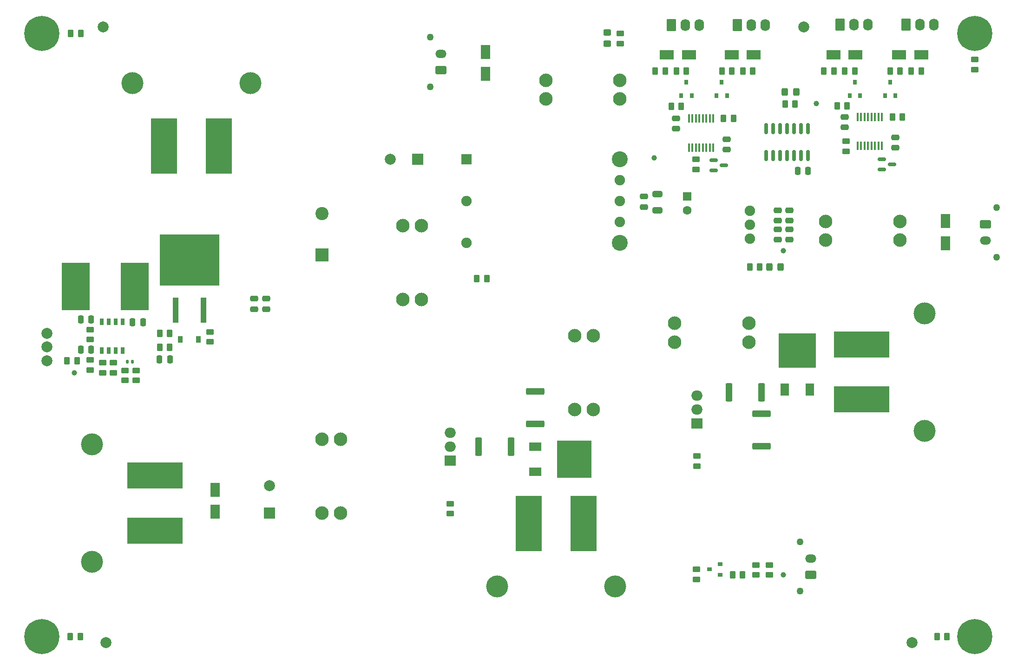
<source format=gts>
G04 #@! TF.GenerationSoftware,KiCad,Pcbnew,(6.0.6)*
G04 #@! TF.CreationDate,2023-04-23T19:49:20-02:30*
G04 #@! TF.ProjectId,PowerDistributionBoard,506f7765-7244-4697-9374-726962757469,rev?*
G04 #@! TF.SameCoordinates,Original*
G04 #@! TF.FileFunction,Soldermask,Top*
G04 #@! TF.FilePolarity,Negative*
%FSLAX46Y46*%
G04 Gerber Fmt 4.6, Leading zero omitted, Abs format (unit mm)*
G04 Created by KiCad (PCBNEW (6.0.6)) date 2023-04-23 19:49:20*
%MOMM*%
%LPD*%
G01*
G04 APERTURE LIST*
G04 Aperture macros list*
%AMRoundRect*
0 Rectangle with rounded corners*
0 $1 Rounding radius*
0 $2 $3 $4 $5 $6 $7 $8 $9 X,Y pos of 4 corners*
0 Add a 4 corners polygon primitive as box body*
4,1,4,$2,$3,$4,$5,$6,$7,$8,$9,$2,$3,0*
0 Add four circle primitives for the rounded corners*
1,1,$1+$1,$2,$3*
1,1,$1+$1,$4,$5*
1,1,$1+$1,$6,$7*
1,1,$1+$1,$8,$9*
0 Add four rect primitives between the rounded corners*
20,1,$1+$1,$2,$3,$4,$5,0*
20,1,$1+$1,$4,$5,$6,$7,0*
20,1,$1+$1,$6,$7,$8,$9,0*
20,1,$1+$1,$8,$9,$2,$3,0*%
G04 Aperture macros list end*
%ADD10R,1.800000X2.500000*%
%ADD11C,2.000000*%
%ADD12C,1.000000*%
%ADD13RoundRect,0.150000X-0.587500X-0.150000X0.587500X-0.150000X0.587500X0.150000X-0.587500X0.150000X0*%
%ADD14RoundRect,0.250000X-0.450000X0.262500X-0.450000X-0.262500X0.450000X-0.262500X0.450000X0.262500X0*%
%ADD15RoundRect,0.250000X1.425000X-0.362500X1.425000X0.362500X-1.425000X0.362500X-1.425000X-0.362500X0*%
%ADD16R,2.500000X1.800000*%
%ADD17RoundRect,0.250000X-0.475000X0.250000X-0.475000X-0.250000X0.475000X-0.250000X0.475000X0.250000X0*%
%ADD18R,0.410000X1.600000*%
%ADD19RoundRect,0.250000X0.262500X0.450000X-0.262500X0.450000X-0.262500X-0.450000X0.262500X-0.450000X0*%
%ADD20RoundRect,0.250000X0.325000X0.450000X-0.325000X0.450000X-0.325000X-0.450000X0.325000X-0.450000X0*%
%ADD21R,1.600000X1.600000*%
%ADD22C,1.600000*%
%ADD23RoundRect,0.250000X-0.262500X-0.450000X0.262500X-0.450000X0.262500X0.450000X-0.262500X0.450000X0*%
%ADD24R,0.800000X0.900000*%
%ADD25R,2.000000X1.905000*%
%ADD26O,2.000000X1.905000*%
%ADD27RoundRect,0.147500X-0.147500X-0.172500X0.147500X-0.172500X0.147500X0.172500X-0.147500X0.172500X0*%
%ADD28RoundRect,0.250000X0.450000X-0.262500X0.450000X0.262500X-0.450000X0.262500X-0.450000X-0.262500X0*%
%ADD29C,1.270000*%
%ADD30RoundRect,0.250001X0.759999X-0.499999X0.759999X0.499999X-0.759999X0.499999X-0.759999X-0.499999X0*%
%ADD31O,2.020000X1.500000*%
%ADD32RoundRect,0.250000X0.250000X0.475000X-0.250000X0.475000X-0.250000X-0.475000X0.250000X-0.475000X0*%
%ADD33R,2.400000X2.400000*%
%ADD34C,2.400000*%
%ADD35C,4.000000*%
%ADD36R,4.800000X5.100000*%
%ADD37C,2.470000*%
%ADD38R,5.100000X4.800000*%
%ADD39RoundRect,0.250000X0.475000X-0.250000X0.475000X0.250000X-0.475000X0.250000X-0.475000X-0.250000X0*%
%ADD40R,0.900000X0.800000*%
%ADD41RoundRect,0.250001X-0.759999X0.499999X-0.759999X-0.499999X0.759999X-0.499999X0.759999X0.499999X0*%
%ADD42R,5.200000X8.750000*%
%ADD43R,6.230000X6.740000*%
%ADD44R,2.280000X1.524000*%
%ADD45RoundRect,0.250000X-0.620000X-0.845000X0.620000X-0.845000X0.620000X0.845000X-0.620000X0.845000X0*%
%ADD46O,1.740000X2.190000*%
%ADD47RoundRect,0.250000X0.450000X-0.325000X0.450000X0.325000X-0.450000X0.325000X-0.450000X-0.325000X0*%
%ADD48R,6.740000X6.230000*%
%ADD49R,1.524000X2.280000*%
%ADD50RoundRect,0.150000X-0.150000X0.825000X-0.150000X-0.825000X0.150000X-0.825000X0.150000X0.825000X0*%
%ADD51C,0.800000*%
%ADD52C,6.400000*%
%ADD53RoundRect,0.250000X-0.362500X-1.425000X0.362500X-1.425000X0.362500X1.425000X-0.362500X1.425000X0*%
%ADD54R,0.900000X1.200000*%
%ADD55R,1.100000X4.600000*%
%ADD56R,10.800000X9.400000*%
%ADD57R,1.905000X1.905000*%
%ADD58C,1.905000*%
%ADD59C,2.895600*%
%ADD60RoundRect,0.250000X-1.425000X0.362500X-1.425000X-0.362500X1.425000X-0.362500X1.425000X0.362500X0*%
%ADD61C,1.900000*%
%ADD62RoundRect,0.250000X-0.250000X-0.475000X0.250000X-0.475000X0.250000X0.475000X-0.250000X0.475000X0*%
%ADD63R,2.000000X2.000000*%
%ADD64RoundRect,0.250000X-0.650000X0.325000X-0.650000X-0.325000X0.650000X-0.325000X0.650000X0.325000X0*%
%ADD65R,0.762000X1.143000*%
G04 APERTURE END LIST*
D10*
X76575000Y-117250000D03*
X76575000Y-113250000D03*
D11*
X183790000Y-28850000D03*
D12*
X180100000Y-69650000D03*
D13*
X198062500Y-54880000D03*
X198062500Y-52980000D03*
X199937500Y-53930000D03*
D14*
X62125000Y-91462500D03*
X62125000Y-93287500D03*
D15*
X134925000Y-101212500D03*
X134925000Y-95287500D03*
D16*
X205225000Y-33950000D03*
X201225000Y-33950000D03*
D17*
X83700000Y-78400000D03*
X83700000Y-80300000D03*
D18*
X193617500Y-50559300D03*
X194252500Y-50559300D03*
X194887500Y-50559300D03*
X195522500Y-50559300D03*
X196157500Y-50559300D03*
X196792500Y-50559300D03*
X197427500Y-50559300D03*
X198062500Y-50559300D03*
X198062500Y-45250700D03*
X197427500Y-45250700D03*
X196792500Y-45250700D03*
X196157500Y-45250700D03*
X195522500Y-45250700D03*
X194887500Y-45250700D03*
X194252500Y-45250700D03*
X193617500Y-45250700D03*
D19*
X209937500Y-140000000D03*
X208112500Y-140000000D03*
X201802500Y-45255000D03*
X199977500Y-45255000D03*
D20*
X182437500Y-40700000D03*
X180387500Y-40700000D03*
D17*
X154675000Y-59775000D03*
X154675000Y-61675000D03*
D21*
X162575000Y-59792621D03*
D22*
X162575000Y-62292621D03*
D19*
X170712500Y-36900000D03*
X168887500Y-36900000D03*
D12*
X50900000Y-91925000D03*
D23*
X66462500Y-84700000D03*
X68287500Y-84700000D03*
D24*
X192190000Y-41345000D03*
X194090000Y-41345000D03*
X193140000Y-38945000D03*
D25*
X164345000Y-101190000D03*
D26*
X164345000Y-98650000D03*
X164345000Y-96110000D03*
D27*
X60515000Y-89850000D03*
X61485000Y-89850000D03*
D11*
X56170000Y-28850000D03*
D28*
X150350000Y-31862500D03*
X150350000Y-30037500D03*
D25*
X119400000Y-107900000D03*
D26*
X119400000Y-105360000D03*
X119400000Y-102820000D03*
D28*
X60100000Y-93287500D03*
X60100000Y-91462500D03*
D29*
X183175000Y-131750000D03*
X183175000Y-122750000D03*
D30*
X185135000Y-128750000D03*
D31*
X185135000Y-125750000D03*
D32*
X184600000Y-55125000D03*
X182700000Y-55125000D03*
D11*
X56620000Y-141150000D03*
D33*
X96070000Y-70382755D03*
D34*
X96070000Y-62882755D03*
D35*
X61520000Y-39080000D03*
X82980000Y-39080000D03*
D36*
X67250000Y-53080000D03*
X67250000Y-48080000D03*
X77250000Y-53080000D03*
X77250000Y-48080000D03*
D37*
X173825000Y-86300000D03*
X173825000Y-82900000D03*
X160325000Y-82900000D03*
X160325000Y-86300000D03*
D35*
X205870000Y-102505000D03*
X205870000Y-81045000D03*
D38*
X196870000Y-86775000D03*
X191870000Y-86775000D03*
X196870000Y-96775000D03*
X191870000Y-96775000D03*
D39*
X160520000Y-47415000D03*
X160520000Y-45515000D03*
D37*
X145450000Y-98625000D03*
X142050000Y-98625000D03*
X142050000Y-85125000D03*
X145450000Y-85125000D03*
D28*
X164150000Y-54812500D03*
X164150000Y-52987500D03*
D17*
X179100000Y-62275000D03*
X179100000Y-64175000D03*
D24*
X198615000Y-41345000D03*
X200515000Y-41345000D03*
X199565000Y-38945000D03*
D35*
X127970000Y-130870000D03*
X149430000Y-130870000D03*
D36*
X143700000Y-121870000D03*
X143700000Y-116870000D03*
X133700000Y-116870000D03*
X133700000Y-121870000D03*
D39*
X179100000Y-67650000D03*
X179100000Y-65750000D03*
D19*
X205240000Y-36900000D03*
X203415000Y-36900000D03*
X201390000Y-36900000D03*
X199565000Y-36900000D03*
D10*
X125800000Y-37425000D03*
X125800000Y-33425000D03*
D40*
X168625000Y-128725000D03*
X168625000Y-126825000D03*
X166625000Y-127775000D03*
D29*
X115715000Y-39750000D03*
X115715000Y-30750000D03*
D30*
X117675000Y-36750000D03*
D31*
X117675000Y-33750000D03*
D23*
X170862500Y-128725000D03*
X172687500Y-128725000D03*
D29*
X218925000Y-61800000D03*
X218925000Y-70800000D03*
D41*
X216965000Y-64800000D03*
D31*
X216965000Y-67800000D03*
D23*
X187502500Y-36900000D03*
X189327500Y-36900000D03*
D19*
X171012500Y-45500000D03*
X169187500Y-45500000D03*
D42*
X61925000Y-76175000D03*
X51125000Y-76175000D03*
D28*
X119400000Y-117587500D03*
X119400000Y-115762500D03*
X75625000Y-86262500D03*
X75625000Y-84437500D03*
D23*
X156775000Y-36900000D03*
X158600000Y-36900000D03*
D43*
X142040000Y-107650000D03*
D44*
X134895000Y-105370000D03*
X134895000Y-109930000D03*
D45*
X202450000Y-28450000D03*
D46*
X204990000Y-28450000D03*
X207530000Y-28450000D03*
D23*
X50137500Y-140000000D03*
X51962500Y-140000000D03*
D16*
X174675000Y-33950000D03*
X170675000Y-33950000D03*
X162875000Y-33950000D03*
X158875000Y-33950000D03*
D17*
X85850000Y-78400000D03*
X85850000Y-80300000D03*
D11*
X45925000Y-84700000D03*
X45925000Y-87200000D03*
X45925000Y-89700000D03*
D47*
X148025000Y-31937500D03*
X148025000Y-29887500D03*
D37*
X136825000Y-41950000D03*
X136825000Y-38550000D03*
X150325000Y-41950000D03*
X150325000Y-38550000D03*
D14*
X56025000Y-90087500D03*
X56025000Y-91912500D03*
X177525000Y-126937500D03*
X177525000Y-128762500D03*
D32*
X68325000Y-89475000D03*
X66425000Y-89475000D03*
D48*
X182625000Y-87860000D03*
D49*
X180345000Y-95005000D03*
X184905000Y-95005000D03*
D50*
X184610000Y-47350000D03*
X183340000Y-47350000D03*
X182070000Y-47350000D03*
X180800000Y-47350000D03*
X179530000Y-47350000D03*
X178260000Y-47350000D03*
X176990000Y-47350000D03*
X176990000Y-52300000D03*
X178260000Y-52300000D03*
X179530000Y-52300000D03*
X180800000Y-52300000D03*
X182070000Y-52300000D03*
X183340000Y-52300000D03*
X184610000Y-52300000D03*
D37*
X201325000Y-64300000D03*
X201325000Y-67700000D03*
X187825000Y-64300000D03*
X187825000Y-67700000D03*
D23*
X160600000Y-36900000D03*
X162425000Y-36900000D03*
D51*
X42600000Y-140000000D03*
X45000000Y-142400000D03*
D52*
X45000000Y-140000000D03*
D51*
X45000000Y-137600000D03*
X47400000Y-140000000D03*
X46697056Y-138302944D03*
X46697056Y-141697056D03*
X43302944Y-138302944D03*
X43302944Y-141697056D03*
D28*
X164350000Y-108900000D03*
X164350000Y-107075000D03*
D23*
X50225000Y-30000000D03*
X52050000Y-30000000D03*
D28*
X58050000Y-91912500D03*
X58050000Y-90087500D03*
D24*
X161485000Y-41345000D03*
X163385000Y-41345000D03*
X162435000Y-38945000D03*
D53*
X170187500Y-95475000D03*
X176112500Y-95475000D03*
D12*
X156550000Y-52750000D03*
D23*
X159662500Y-43300000D03*
X161487500Y-43300000D03*
D11*
X203550000Y-141150000D03*
D53*
X124537500Y-105350000D03*
X130462500Y-105350000D03*
D39*
X191265000Y-47155000D03*
X191265000Y-45255000D03*
D28*
X191550000Y-51537500D03*
X191550000Y-49712500D03*
D19*
X68287500Y-87300000D03*
X66462500Y-87300000D03*
D16*
X193250000Y-33950000D03*
X189250000Y-33950000D03*
D54*
X70225000Y-85850000D03*
X73525000Y-85850000D03*
D14*
X215000000Y-34787500D03*
X215000000Y-36612500D03*
D55*
X69360000Y-80525000D03*
D56*
X71900000Y-71375000D03*
D55*
X74440000Y-80525000D03*
D19*
X174537500Y-36900000D03*
X172712500Y-36900000D03*
D39*
X169785000Y-51195000D03*
X169785000Y-49295000D03*
X200515000Y-50900000D03*
X200515000Y-49000000D03*
D17*
X181175000Y-65750000D03*
X181175000Y-67650000D03*
D12*
X186075000Y-42850000D03*
D14*
X53775000Y-89562500D03*
X53775000Y-91387500D03*
D37*
X110725000Y-65075000D03*
X114125000Y-65075000D03*
X110725000Y-78575000D03*
X114125000Y-78575000D03*
D45*
X171710000Y-28520000D03*
D46*
X174250000Y-28520000D03*
X176790000Y-28520000D03*
D24*
X167935000Y-41345000D03*
X169835000Y-41345000D03*
X168885000Y-38945000D03*
D20*
X179612500Y-72625000D03*
X177562500Y-72625000D03*
D10*
X209675000Y-64275000D03*
X209675000Y-68275000D03*
D14*
X53775000Y-84037500D03*
X53775000Y-85862500D03*
D37*
X96025000Y-117500000D03*
X99425000Y-117500000D03*
X96025000Y-104000000D03*
X99425000Y-104000000D03*
D12*
X180100000Y-128750000D03*
D51*
X215000000Y-137600000D03*
X217400000Y-140000000D03*
X216697056Y-138302944D03*
X213302944Y-138302944D03*
X216697056Y-141697056D03*
X212600000Y-140000000D03*
X213302944Y-141697056D03*
X215000000Y-142400000D03*
D52*
X215000000Y-140000000D03*
D18*
X162912500Y-50824300D03*
X163547500Y-50824300D03*
X164182500Y-50824300D03*
X164817500Y-50824300D03*
X165452500Y-50824300D03*
X166087500Y-50824300D03*
X166722500Y-50824300D03*
X167357500Y-50824300D03*
X167357500Y-45515700D03*
X166722500Y-45515700D03*
X166087500Y-45515700D03*
X165452500Y-45515700D03*
X164817500Y-45515700D03*
X164182500Y-45515700D03*
X163547500Y-45515700D03*
X162912500Y-45515700D03*
D32*
X53975000Y-82200000D03*
X52075000Y-82200000D03*
D19*
X126087500Y-74775000D03*
X124262500Y-74775000D03*
D14*
X164300000Y-127762500D03*
X164300000Y-129587500D03*
D45*
X190450000Y-28450000D03*
D46*
X192990000Y-28450000D03*
X195530000Y-28450000D03*
D57*
X122363210Y-52955000D03*
D58*
X122363210Y-60575000D03*
X122363210Y-68195000D03*
D59*
X150303210Y-68195000D03*
D58*
X150303210Y-64385000D03*
X150303210Y-60575000D03*
X150303210Y-56765000D03*
D59*
X150303210Y-52955000D03*
D52*
X215000000Y-30000000D03*
D51*
X215000000Y-27600000D03*
X213302944Y-28302944D03*
X216697056Y-31697056D03*
X212600000Y-30000000D03*
X213302944Y-31697056D03*
X217400000Y-30000000D03*
X216697056Y-28302944D03*
X215000000Y-32400000D03*
D23*
X191302500Y-36900000D03*
X193127500Y-36900000D03*
D52*
X45000000Y-30000000D03*
D51*
X45000000Y-27600000D03*
X43302944Y-31697056D03*
X46697056Y-28302944D03*
X45000000Y-32400000D03*
X42600000Y-30000000D03*
X46697056Y-31697056D03*
X43302944Y-28302944D03*
X47400000Y-30000000D03*
D60*
X176100000Y-99387500D03*
X176100000Y-105312500D03*
D19*
X175825000Y-72625000D03*
X174000000Y-72625000D03*
D32*
X53975000Y-87700000D03*
X52075000Y-87700000D03*
D61*
X174000000Y-62410000D03*
X174000000Y-64950000D03*
X174000000Y-67490000D03*
D62*
X61525000Y-82700000D03*
X63425000Y-82700000D03*
D19*
X51412500Y-89700000D03*
X49587500Y-89700000D03*
D23*
X180400000Y-42900000D03*
X182225000Y-42900000D03*
D13*
X167362500Y-55025000D03*
X167362500Y-53125000D03*
X169237500Y-54075000D03*
D23*
X189912500Y-43250000D03*
X191737500Y-43250000D03*
D45*
X159710000Y-28520000D03*
D46*
X162250000Y-28520000D03*
X164790000Y-28520000D03*
D35*
X54080000Y-126405000D03*
X54080000Y-104945000D03*
D38*
X63080000Y-120675000D03*
X68080000Y-120675000D03*
X63080000Y-110675000D03*
X68080000Y-110675000D03*
D63*
X86425000Y-117525000D03*
D11*
X86425000Y-112525000D03*
D28*
X175075000Y-128762500D03*
X175075000Y-126937500D03*
D39*
X181175000Y-64175000D03*
X181175000Y-62275000D03*
D63*
X113475000Y-52975000D03*
D11*
X108475000Y-52975000D03*
D64*
X157125000Y-59350000D03*
X157125000Y-62300000D03*
D65*
X55885000Y-87853500D03*
X57155000Y-87853500D03*
X58425000Y-87853500D03*
X59695000Y-87853500D03*
X59695000Y-82646500D03*
X58425000Y-82646500D03*
X57155000Y-82646500D03*
X55885000Y-82646500D03*
M02*

</source>
